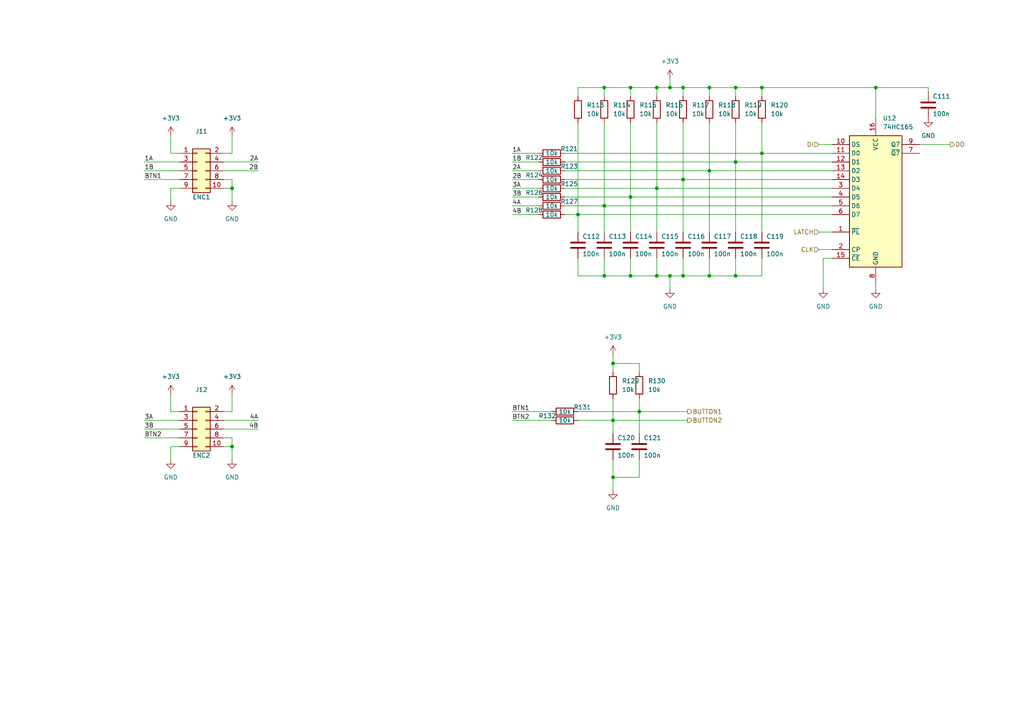
<source format=kicad_sch>
(kicad_sch (version 20211123) (generator eeschema)
  (paper "A4")
  (title_block (title "Cockpit CPU Card") (date "2023-01-21") (rev "A") (company "https://github.com/peterheinrich/DA20-C1-ProcedureTrainer") (comment 1 "Open Hardware") (comment 2 "License: CERN-OHL-P") (comment 3 "© 2023 by Peter Heinrich") (comment 4 "DA20 Hardware Cockpit Simulator Project"))
  (lib_symbols
    (symbol "74xx:74HC165"
      (property "Reference" "U" (at -7.62 19.05 0))
      (property "Value" "74HC165" (at -7.62 -21.59 0))
      (symbol "74HC165_1_0"
        (pin input line (at -12.7 -10.16 0) (length 5.08) (name "~{PL}") (number "1"))
        (pin input line (at -12.7 15.24 0) (length 5.08) (name "DS") (number "10"))
        (pin input line (at -12.7 12.7 0) (length 5.08) (name "D0") (number "11"))
        (pin input line (at -12.7 10.16 0) (length 5.08) (name "D1") (number "12"))
        (pin input line (at -12.7 7.62 0) (length 5.08) (name "D2") (number "13"))
        (pin input line (at -12.7 5.08 0) (length 5.08) (name "D3") (number "14"))
        (pin input line (at -12.7 -17.78 0) (length 5.08) (name "~{CE}") (number "15"))
        (pin power_in line (at 0 22.86 270) (length 5.08) (name "VCC") (number "16"))
        (pin input line (at -12.7 -15.24 0) (length 5.08) (name "CP") (number "2"))
        (pin input line (at -12.7 2.54 0) (length 5.08) (name "D4") (number "3"))
        (pin input line (at -12.7 0 0) (length 5.08) (name "D5") (number "4"))
        (pin input line (at -12.7 -2.54 0) (length 5.08) (name "D6") (number "5"))
        (pin input line (at -12.7 -5.08 0) (length 5.08) (name "D7") (number "6"))
        (pin output line (at 12.7 12.7 180) (length 5.08) (name "~{Q7}") (number "7"))
        (pin power_in line (at 0 -25.4 90) (length 5.08) (name "GND") (number "8"))
        (pin output line (at 12.7 15.24 180) (length 5.08) (name "Q7") (number "9"))
      )
      (symbol "74HC165_1_1"
        (rectangle (start -7.62 17.78) (end 7.62 -20.32) (stroke (width 0.254)) (fill (type background)))
      )
    )
    (symbol "Connector_Generic:Conn_02x05_Odd_Even" (pin_names (offset 1.016) hide)
      (property "Reference" "J" (at 1.27 7.62 0))
      (property "Value" "Conn_02x05_Odd_Even" (at 1.27 -7.62 0))
      (symbol "Conn_02x05_Odd_Even_1_1"
        (rectangle (start -1.27 -4.953) (end 0 -5.207) (stroke (width 0.1524)))
        (rectangle (start -1.27 -2.413) (end 0 -2.667) (stroke (width 0.1524)))
        (rectangle (start -1.27 0.127) (end 0 -0.127) (stroke (width 0.1524)))
        (rectangle (start -1.27 2.667) (end 0 2.413) (stroke (width 0.1524)))
        (rectangle (start -1.27 5.207) (end 0 4.953) (stroke (width 0.1524)))
        (rectangle (start -1.27 6.35) (end 3.81 -6.35) (stroke (width 0.254)) (fill (type background)))
        (rectangle (start 3.81 -4.953) (end 2.54 -5.207) (stroke (width 0.1524)))
        (rectangle (start 3.81 -2.413) (end 2.54 -2.667) (stroke (width 0.1524)))
        (rectangle (start 3.81 0.127) (end 2.54 -0.127) (stroke (width 0.1524)))
        (rectangle (start 3.81 2.667) (end 2.54 2.413) (stroke (width 0.1524)))
        (rectangle (start 3.81 5.207) (end 2.54 4.953) (stroke (width 0.1524)))
        (pin passive line (at -5.08 5.08 0) (length 3.81) (name "Pin_1") (number "1"))
        (pin passive line (at 7.62 -5.08 180) (length 3.81) (name "Pin_10") (number "10"))
        (pin passive line (at 7.62 5.08 180) (length 3.81) (name "Pin_2") (number "2"))
        (pin passive line (at -5.08 2.54 0) (length 3.81) (name "Pin_3") (number "3"))
        (pin passive line (at 7.62 2.54 180) (length 3.81) (name "Pin_4") (number "4"))
        (pin passive line (at -5.08 0 0) (length 3.81) (name "Pin_5") (number "5"))
        (pin passive line (at 7.62 0 180) (length 3.81) (name "Pin_6") (number "6"))
        (pin passive line (at -5.08 -2.54 0) (length 3.81) (name "Pin_7") (number "7"))
        (pin passive line (at 7.62 -2.54 180) (length 3.81) (name "Pin_8") (number "8"))
        (pin passive line (at -5.08 -5.08 0) (length 3.81) (name "Pin_9") (number "9"))
      )
    )
    (symbol "Device:C" (pin_numbers hide) (pin_names (offset 0.254))
      (property "Reference" "C" (at 0.635 2.54 0))
      (property "Value" "C" (at 0.635 -2.54 0))
      (symbol "C_0_1"
        (polyline (pts (xy -2.032 -0.762) (xy 2.032 -0.762)) (stroke (width 0.508)))
        (polyline (pts (xy -2.032 0.762) (xy 2.032 0.762)) (stroke (width 0.508)))
      )
      (symbol "C_1_1"
        (pin passive line (at 0 3.81 270) (length 2.794) (name "~") (number "1"))
        (pin passive line (at 0 -3.81 90) (length 2.794) (name "~") (number "2"))
      )
    )
    (symbol "Device:R" (pin_numbers hide) (pin_names (offset 0))
      (property "Reference" "R" (at 2.032 0 90))
      (property "Value" "R" (at 0 0 90))
      (symbol "R_0_1"
        (rectangle (start -1.016 -2.54) (end 1.016 2.54) (stroke (width 0.254)))
      )
      (symbol "R_1_1"
        (pin passive line (at 0 3.81 270) (length 1.27) (name "~") (number "1"))
        (pin passive line (at 0 -3.81 90) (length 1.27) (name "~") (number "2"))
      )
    )
    (symbol "power:+3V3" (power) (pin_names (offset 0))
      (property "Value" "+3V3" (at 0 3.556 0))
      (symbol "+3V3_0_1"
        (polyline (pts (xy -0.762 1.27) (xy 0 2.54)))
        (polyline (pts (xy 0 0) (xy 0 2.54)))
        (polyline (pts (xy 0 2.54) (xy 0.762 1.27)))
      )
      (symbol "+3V3_1_1"
        (pin power_in line (at 0 0 90) (length 0) hide (name "+3V3") (number "1"))
      )
    )
    (symbol "power:GND" (power) (pin_names (offset 0))
      (property "Value" "GND" (at 0 -3.81 0))
      (symbol "GND_0_1"
        (polyline (pts (xy 0 0) (xy 0 -1.27) (xy 1.27 -1.27) (xy 0 -2.54) (xy -1.27 -1.27) (xy 0 -1.27)))
      )
      (symbol "GND_1_1"
        (pin power_in line (at 0 0 270) (length 0) hide (name "GND") (number "1"))
      )
    )
  )
  (junction (at 213.36 80.01))
  (junction (at 220.98 44.45))
  (junction (at 177.8 105.41))
  (junction (at 175.26 80.01))
  (junction (at 67.31 129.54))
  (junction (at 194.31 25.4))
  (junction (at 182.88 25.4))
  (junction (at 205.74 49.53))
  (junction (at 177.8 121.92))
  (junction (at 190.5 54.61))
  (junction (at 213.36 25.4))
  (junction (at 175.26 59.69))
  (junction (at 205.74 25.4))
  (junction (at 220.98 25.4))
  (junction (at 198.12 52.07))
  (junction (at 67.31 54.61))
  (junction (at 167.64 62.23))
  (junction (at 175.26 25.4))
  (junction (at 190.5 25.4))
  (junction (at 198.12 25.4))
  (junction (at 190.5 80.01))
  (junction (at 182.88 80.01))
  (junction (at 194.31 80.01))
  (junction (at 198.12 80.01))
  (junction (at 254 25.4))
  (junction (at 205.74 80.01))
  (junction (at 182.88 57.15))
  (junction (at 213.36 46.99))
  (junction (at 177.8 138.43))
  (junction (at 185.42 119.38))
  (wire (pts (xy 238.76 74.93) (xy 241.3 74.93)))
  (wire (pts (xy 185.42 138.43) (xy 185.42 133.35)))
  (wire (pts (xy 67.31 129.54) (xy 67.31 127)))
  (wire (pts (xy 198.12 52.07) (xy 241.3 52.07)))
  (wire (pts (xy 148.59 57.15) (xy 156.21 57.15)))
  (wire (pts (xy 185.42 119.38) (xy 185.42 125.73)))
  (wire (pts (xy 148.59 46.99) (xy 156.21 46.99)))
  (wire (pts (xy 148.59 62.23) (xy 156.21 62.23)))
  (wire (pts (xy 185.42 119.38) (xy 199.39 119.38)))
  (wire (pts (xy 148.59 54.61) (xy 156.21 54.61)))
  (wire (pts (xy 190.5 35.56) (xy 190.5 54.61)))
  (wire (pts (xy 175.26 80.01) (xy 175.26 74.93)))
  (wire (pts (xy 167.64 80.01) (xy 167.64 74.93)))
  (wire (pts (xy 205.74 25.4) (xy 213.36 25.4)))
  (wire (pts (xy 194.31 80.01) (xy 194.31 83.82)))
  (wire (pts (xy 185.42 115.57) (xy 185.42 119.38)))
  (wire (pts (xy 163.83 59.69) (xy 175.26 59.69)))
  (wire (pts (xy 213.36 25.4) (xy 220.98 25.4)))
  (wire (pts (xy 148.59 59.69) (xy 156.21 59.69)))
  (wire (pts (xy 220.98 35.56) (xy 220.98 44.45)))
  (wire (pts (xy 167.64 121.92) (xy 177.8 121.92)))
  (wire (pts (xy 205.74 35.56) (xy 205.74 49.53)))
  (wire (pts (xy 41.91 121.92) (xy 52.07 121.92)))
  (wire (pts (xy 190.5 25.4) (xy 190.5 27.94)))
  (wire (pts (xy 41.91 127) (xy 52.07 127)))
  (wire (pts (xy 163.83 54.61) (xy 190.5 54.61)))
  (wire (pts (xy 177.8 105.41) (xy 177.8 107.95)))
  (wire (pts (xy 237.49 41.91) (xy 241.3 41.91)))
  (wire (pts (xy 254 82.55) (xy 254 83.82)))
  (wire (pts (xy 194.31 25.4) (xy 198.12 25.4)))
  (wire (pts (xy 167.64 27.94) (xy 167.64 25.4)))
  (wire (pts (xy 213.36 80.01) (xy 213.36 74.93)))
  (wire (pts (xy 148.59 119.38) (xy 160.02 119.38)))
  (wire (pts (xy 167.64 80.01) (xy 175.26 80.01)))
  (wire (pts (xy 205.74 80.01) (xy 213.36 80.01)))
  (wire (pts (xy 182.88 80.01) (xy 182.88 74.93)))
  (wire (pts (xy 182.88 57.15) (xy 182.88 67.31)))
  (wire (pts (xy 205.74 49.53) (xy 241.3 49.53)))
  (wire (pts (xy 67.31 129.54) (xy 64.77 129.54)))
  (wire (pts (xy 163.83 57.15) (xy 182.88 57.15)))
  (wire (pts (xy 67.31 127) (xy 64.77 127)))
  (wire (pts (xy 67.31 58.42) (xy 67.31 54.61)))
  (wire (pts (xy 190.5 54.61) (xy 190.5 67.31)))
  (wire (pts (xy 185.42 105.41) (xy 185.42 107.95)))
  (wire (pts (xy 269.24 26.67) (xy 269.24 25.4)))
  (wire (pts (xy 41.91 52.07) (xy 52.07 52.07)))
  (wire (pts (xy 148.59 49.53) (xy 156.21 49.53)))
  (wire (pts (xy 220.98 44.45) (xy 220.98 67.31)))
  (wire (pts (xy 41.91 46.99) (xy 52.07 46.99)))
  (wire (pts (xy 198.12 25.4) (xy 198.12 27.94)))
  (wire (pts (xy 167.64 35.56) (xy 167.64 62.23)))
  (wire (pts (xy 148.59 52.07) (xy 156.21 52.07)))
  (wire (pts (xy 67.31 44.45) (xy 64.77 44.45)))
  (wire (pts (xy 182.88 80.01) (xy 190.5 80.01)))
  (wire (pts (xy 175.26 25.4) (xy 175.26 27.94)))
  (wire (pts (xy 190.5 80.01) (xy 194.31 80.01)))
  (wire (pts (xy 238.76 83.82) (xy 238.76 74.93)))
  (wire (pts (xy 182.88 35.56) (xy 182.88 57.15)))
  (wire (pts (xy 220.98 80.01) (xy 220.98 74.93)))
  (wire (pts (xy 175.26 25.4) (xy 182.88 25.4)))
  (wire (pts (xy 49.53 44.45) (xy 52.07 44.45)))
  (wire (pts (xy 213.36 80.01) (xy 220.98 80.01)))
  (wire (pts (xy 64.77 121.92) (xy 74.93 121.92)))
  (wire (pts (xy 177.8 121.92) (xy 199.39 121.92)))
  (wire (pts (xy 182.88 25.4) (xy 190.5 25.4)))
  (wire (pts (xy 220.98 25.4) (xy 254 25.4)))
  (wire (pts (xy 177.8 115.57) (xy 177.8 121.92)))
  (wire (pts (xy 163.83 62.23) (xy 167.64 62.23)))
  (wire (pts (xy 213.36 46.99) (xy 213.36 67.31)))
  (wire (pts (xy 254 25.4) (xy 254 34.29)))
  (wire (pts (xy 49.53 119.38) (xy 52.07 119.38)))
  (wire (pts (xy 67.31 114.3) (xy 67.31 119.38)))
  (wire (pts (xy 213.36 35.56) (xy 213.36 46.99)))
  (wire (pts (xy 41.91 49.53) (xy 52.07 49.53)))
  (wire (pts (xy 190.5 54.61) (xy 241.3 54.61)))
  (wire (pts (xy 49.53 54.61) (xy 52.07 54.61)))
  (wire (pts (xy 177.8 138.43) (xy 177.8 133.35)))
  (wire (pts (xy 194.31 22.86) (xy 194.31 25.4)))
  (wire (pts (xy 220.98 25.4) (xy 220.98 27.94)))
  (wire (pts (xy 64.77 124.46) (xy 74.93 124.46)))
  (wire (pts (xy 163.83 49.53) (xy 205.74 49.53)))
  (wire (pts (xy 163.83 44.45) (xy 220.98 44.45)))
  (wire (pts (xy 163.83 52.07) (xy 198.12 52.07)))
  (wire (pts (xy 148.59 121.92) (xy 160.02 121.92)))
  (wire (pts (xy 148.59 44.45) (xy 156.21 44.45)))
  (wire (pts (xy 182.88 57.15) (xy 241.3 57.15)))
  (wire (pts (xy 198.12 80.01) (xy 205.74 80.01)))
  (wire (pts (xy 266.7 41.91) (xy 275.59 41.91)))
  (wire (pts (xy 177.8 105.41) (xy 185.42 105.41)))
  (wire (pts (xy 167.64 119.38) (xy 185.42 119.38)))
  (wire (pts (xy 213.36 25.4) (xy 213.36 27.94)))
  (wire (pts (xy 175.26 80.01) (xy 182.88 80.01)))
  (wire (pts (xy 175.26 59.69) (xy 241.3 59.69)))
  (wire (pts (xy 163.83 46.99) (xy 213.36 46.99)))
  (wire (pts (xy 49.53 133.35) (xy 49.53 129.54)))
  (wire (pts (xy 67.31 52.07) (xy 64.77 52.07)))
  (wire (pts (xy 190.5 25.4) (xy 194.31 25.4)))
  (wire (pts (xy 64.77 49.53) (xy 74.93 49.53)))
  (wire (pts (xy 41.91 124.46) (xy 52.07 124.46)))
  (wire (pts (xy 198.12 25.4) (xy 205.74 25.4)))
  (wire (pts (xy 177.8 102.87) (xy 177.8 105.41)))
  (wire (pts (xy 213.36 46.99) (xy 241.3 46.99)))
  (wire (pts (xy 177.8 138.43) (xy 177.8 142.24)))
  (wire (pts (xy 205.74 80.01) (xy 205.74 74.93)))
  (wire (pts (xy 220.98 44.45) (xy 241.3 44.45)))
  (wire (pts (xy 49.53 114.3) (xy 49.53 119.38)))
  (wire (pts (xy 167.64 62.23) (xy 167.64 67.31)))
  (wire (pts (xy 175.26 35.56) (xy 175.26 59.69)))
  (wire (pts (xy 194.31 80.01) (xy 198.12 80.01)))
  (wire (pts (xy 175.26 59.69) (xy 175.26 67.31)))
  (wire (pts (xy 198.12 35.56) (xy 198.12 52.07)))
  (wire (pts (xy 49.53 58.42) (xy 49.53 54.61)))
  (wire (pts (xy 64.77 46.99) (xy 74.93 46.99)))
  (wire (pts (xy 205.74 25.4) (xy 205.74 27.94)))
  (wire (pts (xy 182.88 25.4) (xy 182.88 27.94)))
  (wire (pts (xy 67.31 54.61) (xy 64.77 54.61)))
  (wire (pts (xy 177.8 138.43) (xy 185.42 138.43)))
  (wire (pts (xy 167.64 62.23) (xy 241.3 62.23)))
  (wire (pts (xy 49.53 39.37) (xy 49.53 44.45)))
  (wire (pts (xy 237.49 72.39) (xy 241.3 72.39)))
  (wire (pts (xy 67.31 39.37) (xy 67.31 44.45)))
  (wire (pts (xy 269.24 25.4) (xy 254 25.4)))
  (wire (pts (xy 198.12 52.07) (xy 198.12 67.31)))
  (wire (pts (xy 177.8 121.92) (xy 177.8 125.73)))
  (wire (pts (xy 167.64 25.4) (xy 175.26 25.4)))
  (wire (pts (xy 205.74 49.53) (xy 205.74 67.31)))
  (wire (pts (xy 67.31 54.61) (xy 67.31 52.07)))
  (wire (pts (xy 67.31 119.38) (xy 64.77 119.38)))
  (wire (pts (xy 190.5 80.01) (xy 190.5 74.93)))
  (wire (pts (xy 237.49 67.31) (xy 241.3 67.31)))
  (wire (pts (xy 67.31 133.35) (xy 67.31 129.54)))
  (wire (pts (xy 198.12 74.93) (xy 198.12 80.01)))
  (wire (pts (xy 49.53 129.54) (xy 52.07 129.54)))
  (label "1A" (at 41.91 46.99 0))
  (label "4B" (at 148.59 62.23 0))
  (label "2B" (at 148.59 52.07 0))
  (label "4B" (at 74.93 124.46 180))
  (label "3A" (at 41.91 121.92 0))
  (label "4A" (at 74.93 121.92 180))
  (label "1B" (at 41.91 49.53 0))
  (label "BTN2" (at 41.91 127 0))
  (label "3B" (at 41.91 124.46 0))
  (label "1A" (at 148.59 44.45 0))
  (label "2A" (at 74.93 46.99 180))
  (label "BTN2" (at 148.59 121.92 0))
  (label "2B" (at 74.93 49.53 180))
  (label "1B" (at 148.59 46.99 0))
  (label "4A" (at 148.59 59.69 0))
  (label "BTN1" (at 41.91 52.07 0))
  (label "3A" (at 148.59 54.61 0))
  (label "2A" (at 148.59 49.53 0))
  (label "BTN1" (at 148.59 119.38 0))
  (label "3B" (at 148.59 57.15 0))
  (hierarchical_label "BUTTON2" (shape output) (at 199.39 121.92 0))
  (hierarchical_label "DO" (shape output) (at 275.59 41.91 0))
  (hierarchical_label "BUTTON1" (shape output) (at 199.39 119.38 0))
  (hierarchical_label "DI" (shape input) (at 237.49 41.91 180))
  (hierarchical_label "CLK" (shape input) (at 237.49 72.39 180))
  (hierarchical_label "LATCH" (shape input) (at 237.49 67.31 180))
  (symbol (lib_id "power:GND") (at 49.53 58.42 0) (unit 1)
    (property "Reference" "#PWR0126" (effects hide))
    (property "Value" "GND" (at 49.53 63.5 0))
  )
  (symbol (lib_id "Device:C") (at 190.5 71.12 0) (unit 1)
    (property "Reference" "C115" (at 191.77 68.58 0) (effects (justify left)))
    (property "Value" "100n" (at 191.77 73.66 0) (effects (justify left)))
    (property "Footprint" "Capacitor_SMD:C_0603_1608Metric" (effects hide))
    (property "Datasheet" "https://www.farnell.com/datasheets/2735905.pdf" (effects hide))
    (property "MPN" "CL10B104KO8NNNC" (effects hide))
    (property "ON_FARNELL" "3013413" (effects hide))
  )
  (symbol (lib_id "Device:C") (at 269.24 30.48 0) (unit 1)
    (property "Reference" "C111" (at 270.51 27.94 0) (effects (justify left)))
    (property "Value" "100n" (at 270.51 33.02 0) (effects (justify left)))
    (property "Footprint" "Capacitor_SMD:C_0603_1608Metric" (effects hide))
    (property "Datasheet" "https://www.farnell.com/datasheets/2735905.pdf" (effects hide))
    (property "MPN" "CL10B104KO8NNNC" (effects hide))
    (property "ON_FARNELL" "3013413" (effects hide))
  )
  (symbol (lib_id "power:+3V3") (at 49.53 114.3 0) (unit 1)
    (property "Reference" "#PWR0132" (effects hide))
    (property "Value" "+3V3" (at 49.53 109.22 0))
  )
  (symbol (lib_id "power:GND") (at 254 83.82 0) (unit 1)
    (property "Reference" "#PWR0130" (effects hide))
    (property "Value" "GND" (at 254 88.9 0))
  )
  (symbol (lib_id "Device:R") (at 175.26 31.75 0) (unit 1)
    (property "Reference" "R114" (at 177.8 30.4799 0) (effects (justify left)))
    (property "Value" "10k" (at 177.8 33.0199 0) (effects (justify left)))
    (property "Footprint" "Resistor_SMD:R_0603_1608Metric" (effects hide))
    (property "MPN" "MCMR06X103 JTL" (effects hide))
    (property "ON_FARNELL" "2073356" (effects hide))
  )
  (symbol (lib_id "Device:R") (at 190.5 31.75 0) (unit 1)
    (property "Reference" "R116" (at 193.04 30.4799 0) (effects (justify left)))
    (property "Value" "10k" (at 193.04 33.0199 0) (effects (justify left)))
    (property "Footprint" "Resistor_SMD:R_0603_1608Metric" (effects hide))
    (property "MPN" "MCMR06X103 JTL" (effects hide))
    (property "ON_FARNELL" "2073356" (effects hide))
  )
  (symbol (lib_id "Device:R") (at 177.8 111.76 0) (unit 1)
    (property "Reference" "R129" (at 180.34 110.4899 0) (effects (justify left)))
    (property "Value" "10k" (at 180.34 113.0299 0) (effects (justify left)))
    (property "Footprint" "Resistor_SMD:R_0603_1608Metric" (effects hide))
    (property "MPN" "MCMR06X103 JTL" (effects hide))
    (property "ON_FARNELL" "2073356" (effects hide))
  )
  (symbol (lib_id "Device:C") (at 220.98 71.12 0) (unit 1)
    (property "Reference" "C119" (at 222.25 68.58 0) (effects (justify left)))
    (property "Value" "100n" (at 222.25 73.66 0) (effects (justify left)))
    (property "Footprint" "Capacitor_SMD:C_0603_1608Metric" (effects hide))
    (property "Datasheet" "https://www.farnell.com/datasheets/2735905.pdf" (effects hide))
    (property "MPN" "CL10B104KO8NNNC" (effects hide))
    (property "ON_FARNELL" "3013413" (effects hide))
  )
  (symbol (lib_id "power:GND") (at 49.53 133.35 0) (unit 1)
    (property "Reference" "#PWR0134" (effects hide))
    (property "Value" "GND" (at 49.53 138.43 0))
  )
  (symbol (lib_id "Device:C") (at 198.12 71.12 0) (unit 1)
    (property "Reference" "C116" (at 199.39 68.58 0) (effects (justify left)))
    (property "Value" "100n" (at 199.39 73.66 0) (effects (justify left)))
    (property "Footprint" "Capacitor_SMD:C_0603_1608Metric" (effects hide))
    (property "Datasheet" "https://www.farnell.com/datasheets/2735905.pdf" (effects hide))
    (property "MPN" "CL10B104KO8NNNC" (effects hide))
    (property "ON_FARNELL" "3013413" (effects hide))
  )
  (symbol (lib_id "power:+3V3") (at 67.31 114.3 0) (unit 1)
    (property "Reference" "#PWR0133" (effects hide))
    (property "Value" "+3V3" (at 67.31 109.22 0))
  )
  (symbol (lib_id "power:GND") (at 238.76 83.82 0) (unit 1)
    (property "Reference" "#PWR0129" (effects hide))
    (property "Value" "GND" (at 238.76 88.9 0))
  )
  (symbol (lib_id "Device:R") (at 167.64 31.75 0) (unit 1)
    (property "Reference" "R113" (at 170.18 30.4799 0) (effects (justify left)))
    (property "Value" "10k" (at 170.18 33.0199 0) (effects (justify left)))
    (property "Footprint" "Resistor_SMD:R_0603_1608Metric" (effects hide))
    (property "MPN" "MCMR06X103 JTL" (effects hide))
    (property "ON_FARNELL" "2073356" (effects hide))
  )
  (symbol (lib_id "Device:C") (at 213.36 71.12 0) (unit 1)
    (property "Reference" "C118" (at 214.63 68.58 0) (effects (justify left)))
    (property "Value" "100n" (at 214.63 73.66 0) (effects (justify left)))
    (property "Footprint" "Capacitor_SMD:C_0603_1608Metric" (effects hide))
    (property "Datasheet" "https://www.farnell.com/datasheets/2735905.pdf" (effects hide))
    (property "MPN" "CL10B104KO8NNNC" (effects hide))
    (property "ON_FARNELL" "3013413" (effects hide))
  )
  (symbol (lib_id "Device:R") (at 160.02 59.69 90) (unit 1)
    (property "Reference" "R127" (at 165.1 58.42 90))
    (property "Value" "10k" (at 160.02 59.69 90))
    (property "Footprint" "Resistor_SMD:R_0603_1608Metric" (effects hide))
    (property "MPN" "MCMR06X103 JTL" (effects hide))
    (property "ON_FARNELL" "2073356" (effects hide))
  )
  (symbol (lib_id "power:+3V3") (at 67.31 39.37 0) (unit 1)
    (property "Reference" "#PWR0125" (effects hide))
    (property "Value" "+3V3" (at 67.31 34.29 0))
  )
  (symbol (lib_id "Device:R") (at 213.36 31.75 0) (unit 1)
    (property "Reference" "R119" (at 215.9 30.4799 0) (effects (justify left)))
    (property "Value" "10k" (at 215.9 33.0199 0) (effects (justify left)))
    (property "Footprint" "Resistor_SMD:R_0603_1608Metric" (effects hide))
    (property "MPN" "MCMR06X103 JTL" (effects hide))
    (property "ON_FARNELL" "2073356" (effects hide))
  )
  (symbol (lib_id "Device:R") (at 182.88 31.75 0) (unit 1)
    (property "Reference" "R115" (at 185.42 30.4799 0) (effects (justify left)))
    (property "Value" "10k" (at 185.42 33.0199 0) (effects (justify left)))
    (property "Footprint" "Resistor_SMD:R_0603_1608Metric" (effects hide))
    (property "MPN" "MCMR06X103 JTL" (effects hide))
    (property "ON_FARNELL" "2073356" (effects hide))
  )
  (symbol (lib_id "power:GND") (at 177.8 142.24 0) (unit 1)
    (property "Reference" "#PWR0136" (effects hide))
    (property "Value" "GND" (at 177.8 147.32 0))
  )
  (symbol (lib_id "Device:C") (at 182.88 71.12 0) (unit 1)
    (property "Reference" "C114" (at 184.15 68.58 0) (effects (justify left)))
    (property "Value" "100n" (at 184.15 73.66 0) (effects (justify left)))
    (property "Footprint" "Capacitor_SMD:C_0603_1608Metric" (effects hide))
    (property "Datasheet" "https://www.farnell.com/datasheets/2735905.pdf" (effects hide))
    (property "MPN" "CL10B104KO8NNNC" (effects hide))
    (property "ON_FARNELL" "3013413" (effects hide))
  )
  (symbol (lib_id "Device:R") (at 198.12 31.75 0) (unit 1)
    (property "Reference" "R117" (at 200.66 30.4799 0) (effects (justify left)))
    (property "Value" "10k" (at 200.66 33.0199 0) (effects (justify left)))
    (property "Footprint" "Resistor_SMD:R_0603_1608Metric" (effects hide))
    (property "MPN" "MCMR06X103 JTL" (effects hide))
    (property "ON_FARNELL" "2073356" (effects hide))
  )
  (symbol (lib_id "Device:R") (at 163.83 119.38 90) (unit 1)
    (property "Reference" "R131" (at 168.91 118.11 90))
    (property "Value" "10k" (at 163.83 119.38 90))
    (property "Footprint" "Resistor_SMD:R_0603_1608Metric" (effects hide))
    (property "MPN" "MCMR06X103 JTL" (effects hide))
    (property "ON_FARNELL" "2073356" (effects hide))
  )
  (symbol (lib_id "Device:R") (at 160.02 49.53 90) (unit 1)
    (property "Reference" "R123" (at 165.1 48.26 90))
    (property "Value" "10k" (at 160.02 49.53 90))
    (property "Footprint" "Resistor_SMD:R_0603_1608Metric" (effects hide))
    (property "MPN" "MCMR06X103 JTL" (effects hide))
    (property "ON_FARNELL" "2073356" (effects hide))
  )
  (symbol (lib_id "Device:R") (at 205.74 31.75 0) (unit 1)
    (property "Reference" "R118" (at 208.28 30.4799 0) (effects (justify left)))
    (property "Value" "10k" (at 208.28 33.0199 0) (effects (justify left)))
    (property "Footprint" "Resistor_SMD:R_0603_1608Metric" (effects hide))
    (property "MPN" "MCMR06X103 JTL" (effects hide))
    (property "ON_FARNELL" "2073356" (effects hide))
  )
  (symbol (lib_id "power:GND") (at 67.31 133.35 0) (unit 1)
    (property "Reference" "#PWR0135" (effects hide))
    (property "Value" "GND" (at 67.31 138.43 0))
  )
  (symbol (lib_id "power:+3V3") (at 194.31 22.86 0) (unit 1)
    (property "Reference" "#PWR0122" (effects hide))
    (property "Value" "+3V3" (at 194.31 17.78 0))
  )
  (symbol (lib_id "Device:C") (at 185.42 129.54 0) (unit 1)
    (property "Reference" "C121" (at 186.69 127 0) (effects (justify left)))
    (property "Value" "100n" (at 186.69 132.08 0) (effects (justify left)))
    (property "Footprint" "Capacitor_SMD:C_0603_1608Metric" (effects hide))
    (property "Datasheet" "https://www.farnell.com/datasheets/2735905.pdf" (effects hide))
    (property "MPN" "CL10B104KO8NNNC" (effects hide))
    (property "ON_FARNELL" "3013413" (effects hide))
  )
  (symbol (lib_id "Device:C") (at 177.8 129.54 0) (unit 1)
    (property "Reference" "C120" (at 179.07 127 0) (effects (justify left)))
    (property "Value" "100n" (at 179.07 132.08 0) (effects (justify left)))
    (property "Footprint" "Capacitor_SMD:C_0603_1608Metric" (effects hide))
    (property "Datasheet" "https://www.farnell.com/datasheets/2735905.pdf" (effects hide))
    (property "MPN" "CL10B104KO8NNNC" (effects hide))
    (property "ON_FARNELL" "3013413" (effects hide))
  )
  (symbol (lib_id "Device:C") (at 205.74 71.12 0) (unit 1)
    (property "Reference" "C117" (at 207.01 68.58 0) (effects (justify left)))
    (property "Value" "100n" (at 207.01 73.66 0) (effects (justify left)))
    (property "Footprint" "Capacitor_SMD:C_0603_1608Metric" (effects hide))
    (property "Datasheet" "https://www.farnell.com/datasheets/2735905.pdf" (effects hide))
    (property "MPN" "CL10B104KO8NNNC" (effects hide))
    (property "ON_FARNELL" "3013413" (effects hide))
  )
  (symbol (lib_id "Device:R") (at 160.02 52.07 270) (mirror x) (unit 1)
    (property "Reference" "R124" (at 154.94 50.8 90))
    (property "Value" "10k" (at 160.02 52.07 90))
    (property "Footprint" "Resistor_SMD:R_0603_1608Metric" (effects hide))
    (property "MPN" "MCMR06X103 JTL" (effects hide))
    (property "ON_FARNELL" "2073356" (effects hide))
  )
  (symbol (lib_id "Device:R") (at 160.02 62.23 270) (mirror x) (unit 1)
    (property "Reference" "R128" (at 154.94 60.96 90))
    (property "Value" "10k" (at 160.02 62.23 90))
    (property "Footprint" "Resistor_SMD:R_0603_1608Metric" (effects hide))
    (property "MPN" "MCMR06X103 JTL" (effects hide))
    (property "ON_FARNELL" "2073356" (effects hide))
  )
  (symbol (lib_id "Device:R") (at 220.98 31.75 0) (unit 1)
    (property "Reference" "R120" (at 223.52 30.4799 0) (effects (justify left)))
    (property "Value" "10k" (at 223.52 33.0199 0) (effects (justify left)))
    (property "Footprint" "Resistor_SMD:R_0603_1608Metric" (effects hide))
    (property "MPN" "MCMR06X103 JTL" (effects hide))
    (property "ON_FARNELL" "2073356" (effects hide))
  )
  (symbol (lib_id "Device:R") (at 160.02 46.99 270) (mirror x) (unit 1)
    (property "Reference" "R122" (at 154.94 45.72 90))
    (property "Value" "10k" (at 160.02 46.99 90))
    (property "Footprint" "Resistor_SMD:R_0603_1608Metric" (effects hide))
    (property "MPN" "MCMR06X103 JTL" (effects hide))
    (property "ON_FARNELL" "2073356" (effects hide))
  )
  (symbol (lib_id "Device:R") (at 185.42 111.76 0) (unit 1)
    (property "Reference" "R130" (at 187.96 110.4899 0) (effects (justify left)))
    (property "Value" "10k" (at 187.96 113.0299 0) (effects (justify left)))
    (property "Footprint" "Resistor_SMD:R_0603_1608Metric" (effects hide))
    (property "MPN" "MCMR06X103 JTL" (effects hide))
    (property "ON_FARNELL" "2073356" (effects hide))
  )
  (symbol (lib_id "74xx:74HC165") (at 254 57.15 0) (unit 1)
    (property "Reference" "U12" (at 256.0194 34.29 0) (effects (justify left)))
    (property "Value" "74HC165" (at 256.0194 36.83 0) (effects (justify left)))
    (property "Footprint" "Package_SO:SOIC-16_3.9x9.9mm_P1.27mm" (effects hide))
    (property "Datasheet" "https://assets.nexperia.com/documents/data-sheet/74HC_HCT165.pdf" (effects hide))
    (property "MPN" "74HC165D,653" (effects hide))
    (property "ON_FARNELL" "1201249" (effects hide))
  )
  (symbol (lib_id "Connector_Generic:Conn_02x05_Odd_Even") (at 57.15 124.46 0) (unit 1)
    (property "Reference" "J12" (at 58.42 113.03 0))
    (property "Value" "ENC2" (at 58.42 132.08 0))
    (property "Footprint" "Connector_PinHeader_2.54mm:PinHeader_2x05_P2.54mm_Vertical" (effects hide))
    (property "MPN" "67997-410HLF" (effects hide))
    (property "ON_FARNELL" "2751378" (effects hide))
  )
  (symbol (lib_id "Device:R") (at 160.02 57.15 270) (mirror x) (unit 1)
    (property "Reference" "R126" (at 154.94 55.88 90))
    (property "Value" "10k" (at 160.02 57.15 90))
    (property "Footprint" "Resistor_SMD:R_0603_1608Metric" (effects hide))
    (property "MPN" "MCMR06X103 JTL" (effects hide))
    (property "ON_FARNELL" "2073356" (effects hide))
  )
  (symbol (lib_id "Device:R") (at 160.02 54.61 90) (unit 1)
    (property "Reference" "R125" (at 165.1 53.34 90))
    (property "Value" "10k" (at 160.02 54.61 90))
    (property "Footprint" "Resistor_SMD:R_0603_1608Metric" (effects hide))
    (property "MPN" "MCMR06X103 JTL" (effects hide))
    (property "ON_FARNELL" "2073356" (effects hide))
  )
  (symbol (lib_id "Device:R") (at 163.83 121.92 270) (mirror x) (unit 1)
    (property "Reference" "R132" (at 158.75 120.65 90))
    (property "Value" "10k" (at 163.83 121.92 90))
    (property "Footprint" "Resistor_SMD:R_0603_1608Metric" (effects hide))
    (property "MPN" "MCMR06X103 JTL" (effects hide))
    (property "ON_FARNELL" "2073356" (effects hide))
  )
  (symbol (lib_id "Connector_Generic:Conn_02x05_Odd_Even") (at 57.15 49.53 0) (unit 1)
    (property "Reference" "J11" (at 58.42 38.1 0))
    (property "Value" "ENC1" (at 58.42 57.15 0))
    (property "Footprint" "Connector_PinHeader_2.54mm:PinHeader_2x05_P2.54mm_Vertical" (effects hide))
    (property "MPN" "67997-410HLF" (effects hide))
    (property "ON_FARNELL" "2751378" (effects hide))
  )
  (symbol (lib_id "Device:C") (at 167.64 71.12 0) (unit 1)
    (property "Reference" "C112" (at 168.91 68.58 0) (effects (justify left)))
    (property "Value" "100n" (at 168.91 73.66 0) (effects (justify left)))
    (property "Footprint" "Capacitor_SMD:C_0603_1608Metric" (effects hide))
    (property "Datasheet" "https://www.farnell.com/datasheets/2735905.pdf" (effects hide))
    (property "MPN" "CL10B104KO8NNNC" (effects hide))
    (property "ON_FARNELL" "3013413" (effects hide))
  )
  (symbol (lib_id "Device:C") (at 175.26 71.12 0) (unit 1)
    (property "Reference" "C113" (at 176.53 68.58 0) (effects (justify left)))
    (property "Value" "100n" (at 176.53 73.66 0) (effects (justify left)))
    (property "Footprint" "Capacitor_SMD:C_0603_1608Metric" (effects hide))
    (property "Datasheet" "https://www.farnell.com/datasheets/2735905.pdf" (effects hide))
    (property "MPN" "CL10B104KO8NNNC" (effects hide))
    (property "ON_FARNELL" "3013413" (effects hide))
  )
  (symbol (lib_id "power:GND") (at 67.31 58.42 0) (unit 1)
    (property "Reference" "#PWR0127" (effects hide))
    (property "Value" "GND" (at 67.31 63.5 0))
  )
  (symbol (lib_id "power:GND") (at 269.24 34.29 0) (unit 1)
    (property "Reference" "#PWR0123" (effects hide))
    (property "Value" "GND" (at 269.24 39.37 0))
  )
  (symbol (lib_id "power:+3V3") (at 49.53 39.37 0) (unit 1)
    (property "Reference" "#PWR0124" (effects hide))
    (property "Value" "+3V3" (at 49.53 34.29 0))
  )
  (symbol (lib_id "Device:R") (at 160.02 44.45 90) (unit 1)
    (property "Reference" "R121" (at 165.1 43.18 90))
    (property "Value" "10k" (at 160.02 44.45 90))
    (property "Footprint" "Resistor_SMD:R_0603_1608Metric" (effects hide))
    (property "MPN" "MCMR06X103 JTL" (effects hide))
    (property "ON_FARNELL" "2073356" (effects hide))
  )
  (symbol (lib_id "power:+3V3") (at 177.8 102.87 0) (unit 1)
    (property "Reference" "#PWR0131" (effects hide))
    (property "Value" "+3V3" (at 177.8 97.79 0))
  )
  (symbol (lib_id "power:GND") (at 194.31 83.82 0) (unit 1)
    (property "Reference" "#PWR0128" (effects hide))
    (property "Value" "GND" (at 194.31 88.9 0))
  )
)
</source>
